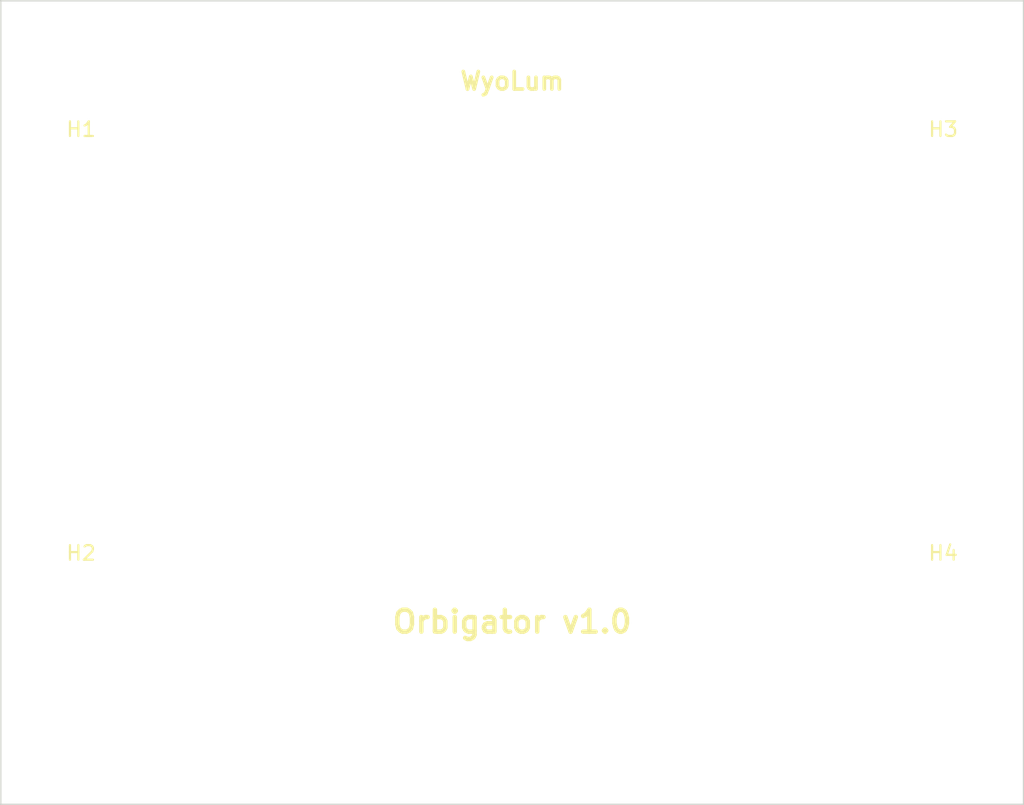
<source format=kicad_pcb>
(kicad_pcb (version 20241229) (generator "pcbnew") (generator_version "9.0")
  (layers (0 "F.Cu" signal) (2 "B.Cu" signal) (13 "F.Paste" user) (15 "B.Paste" user) (5 "F.SilkS" user "F.Silkscreen") (7 "B.SilkS" user "B.Silkscreen") (1 "F.Mask" user) (3 "B.Mask" user) (25 "Edge.Cuts" user))
  (property "COMPANY" "WyoLum")
  (property "REVISION" "1.0")
  (property "TITLE" "Orbigator Controller")
  (net 0 "")
  (footprint "MountingHole:MountingHole_3.2mm_M3" (layer "F.Cu") (at 75.5 134)
    (property "Reference" "H1" (at 0 -4.2 0) (layer "F.SilkS"))
    (property "Value" "MountingHole")
    (pad "" np_thru_hole circle (at 0 0) (size 3.2 3.2) (drill 3.2) (layers "*.Cu" "*.Mask"))
  )
  (footprint "MountingHole:MountingHole_3.2mm_M3" (layer "F.Cu") (at 75.5 163)
    (property "Reference" "H2" (at 0 -4.2 0) (layer "F.SilkS"))
    (property "Value" "MountingHole")
    (pad "" np_thru_hole circle (at 0 0) (size 3.2 3.2) (drill 3.2) (layers "*.Cu" "*.Mask"))
  )
  (footprint "MountingHole:MountingHole_3.2mm_M3" (layer "F.Cu") (at 134.5 134)
    (property "Reference" "H3" (at 0 -4.2 0) (layer "F.SilkS"))
    (property "Value" "MountingHole")
    (pad "" np_thru_hole circle (at 0 0) (size 3.2 3.2) (drill 3.2) (layers "*.Cu" "*.Mask"))
  )
  (footprint "MountingHole:MountingHole_3.2mm_M3" (layer "F.Cu") (at 134.5 163)
    (property "Reference" "H4" (at 0 -4.2 0) (layer "F.SilkS"))
    (property "Value" "MountingHole")
    (pad "" np_thru_hole circle (at 0 0) (size 3.2 3.2) (drill 3.2) (layers "*.Cu" "*.Mask"))
  )
  (gr_line (start 70 121) (end 70 176) (stroke (width 0.1)) (layer "Edge.Cuts"))
  (gr_line (start 70 176) (end 140 176) (stroke (width 0.1)) (layer "Edge.Cuts"))
  (gr_line (start 140 176) (end 140 121) (stroke (width 0.1)) (layer "Edge.Cuts"))
  (gr_line (start 140 121) (end 70 121) (stroke (width 0.1)) (layer "Edge.Cuts"))
  (gr_text "Orbigator v1.0" (at 105 163.5 0) (layer "F.SilkS") (effects (font (size 1.5 1.5) (thickness 0.3))))
  (gr_text "WyoLum" (at 105 126.5 0) (layer "F.SilkS") (effects (font (size 1.2 1.2) (thickness 0.25))))
)
</source>
